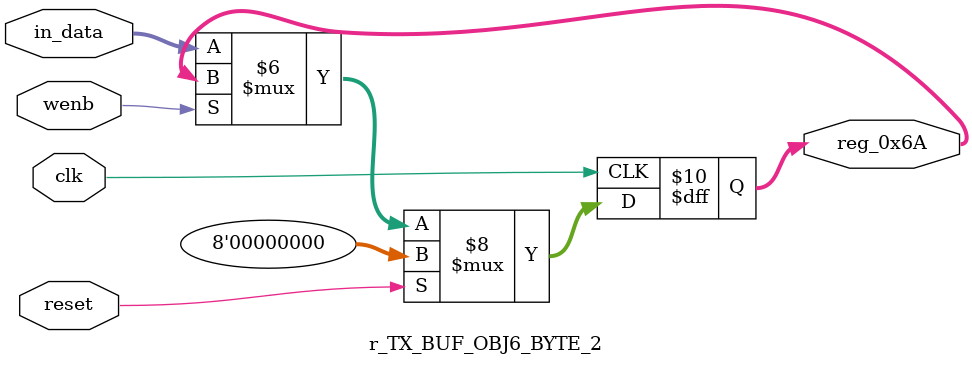
<source format=v>
module r_TX_BUF_OBJ6_BYTE_2(output reg [7:0] reg_0x6A, input wire reset, input wire wenb, input wire [7:0] in_data, input wire clk);
	always@(posedge clk)
	begin
		if(reset==0) begin
			if(wenb==0)
				reg_0x6A<=in_data;
			else
				reg_0x6A<=reg_0x6A;
		end
		else
			reg_0x6A<=8'h00;
	end
endmodule
</source>
